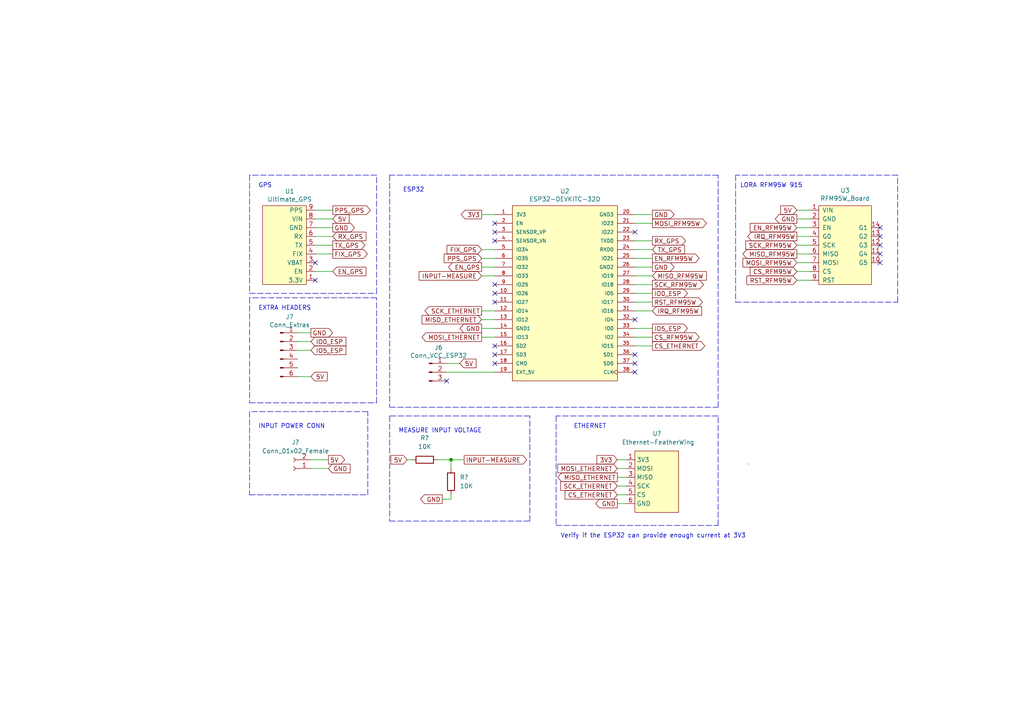
<source format=kicad_sch>
(kicad_sch (version 20211123) (generator eeschema)
  (paper "A4")
  (title_block (title "EJA - Buoy B (Without GSM)") (date "2020-08-04") (rev "Leonardo Ward") (company "EJA"))
  (lib_symbols
    (symbol "Connector:Conn_01x02_Female" (pin_names (offset 1.016) hide)
      (property "Reference" "J" (at 0 2.54 0))
      (property "Value" "Conn_01x02_Female" (at 0 -5.08 0))
      (symbol "Conn_01x02_Female_1_1"
        (arc (start 0 -2.032) (mid -0.508 -2.54) (end 0 -3.048) (stroke (width 0.1524)))
        (polyline (pts (xy -1.27 -2.54) (xy -0.508 -2.54)) (stroke (width 0.1524)))
        (polyline (pts (xy -1.27 0) (xy -0.508 0)) (stroke (width 0.1524)))
        (arc (start 0 0.508) (mid -0.508 0) (end 0 -0.508) (stroke (width 0.1524)))
        (pin passive line (at -5.08 0 0) (length 3.81) (name "Pin_1") (number "1"))
        (pin passive line (at -5.08 -2.54 0) (length 3.81) (name "Pin_2") (number "2"))
      )
    )
    (symbol "Connector:Conn_01x03_Male" (pin_names (offset 1.016) hide)
      (property "Reference" "J" (at 0 5.08 0))
      (property "Value" "Conn_01x03_Male" (at 0 -5.08 0))
      (symbol "Conn_01x03_Male_1_1"
        (polyline (pts (xy 1.27 -2.54) (xy 0.8636 -2.54)) (stroke (width 0.1524)))
        (polyline (pts (xy 1.27 0) (xy 0.8636 0)) (stroke (width 0.1524)))
        (polyline (pts (xy 1.27 2.54) (xy 0.8636 2.54)) (stroke (width 0.1524)))
        (rectangle (start 0.8636 -2.413) (end 0 -2.667) (stroke (width 0.1524)) (fill (type outline)))
        (rectangle (start 0.8636 0.127) (end 0 -0.127) (stroke (width 0.1524)) (fill (type outline)))
        (rectangle (start 0.8636 2.667) (end 0 2.413) (stroke (width 0.1524)) (fill (type outline)))
        (pin passive line (at 5.08 2.54 180) (length 3.81) (name "Pin_1") (number "1"))
        (pin passive line (at 5.08 0 180) (length 3.81) (name "Pin_2") (number "2"))
        (pin passive line (at 5.08 -2.54 180) (length 3.81) (name "Pin_3") (number "3"))
      )
    )
    (symbol "Connector:Conn_01x06_Male" (pin_names (offset 1.016) hide)
      (property "Reference" "J" (at 0 7.62 0))
      (property "Value" "Conn_01x06_Male" (at 0 -10.16 0))
      (symbol "Conn_01x06_Male_1_1"
        (polyline (pts (xy 1.27 -7.62) (xy 0.8636 -7.62)) (stroke (width 0.1524)))
        (polyline (pts (xy 1.27 -5.08) (xy 0.8636 -5.08)) (stroke (width 0.1524)))
        (polyline (pts (xy 1.27 -2.54) (xy 0.8636 -2.54)) (stroke (width 0.1524)))
        (polyline (pts (xy 1.27 0) (xy 0.8636 0)) (stroke (width 0.1524)))
        (polyline (pts (xy 1.27 2.54) (xy 0.8636 2.54)) (stroke (width 0.1524)))
        (polyline (pts (xy 1.27 5.08) (xy 0.8636 5.08)) (stroke (width 0.1524)))
        (rectangle (start 0.8636 -7.493) (end 0 -7.747) (stroke (width 0.1524)) (fill (type outline)))
        (rectangle (start 0.8636 -4.953) (end 0 -5.207) (stroke (width 0.1524)) (fill (type outline)))
        (rectangle (start 0.8636 -2.413) (end 0 -2.667) (stroke (width 0.1524)) (fill (type outline)))
        (rectangle (start 0.8636 0.127) (end 0 -0.127) (stroke (width 0.1524)) (fill (type outline)))
        (rectangle (start 0.8636 2.667) (end 0 2.413) (stroke (width 0.1524)) (fill (type outline)))
        (rectangle (start 0.8636 5.207) (end 0 4.953) (stroke (width 0.1524)) (fill (type outline)))
        (pin passive line (at 5.08 5.08 180) (length 3.81) (name "Pin_1") (number "1"))
        (pin passive line (at 5.08 2.54 180) (length 3.81) (name "Pin_2") (number "2"))
        (pin passive line (at 5.08 0 180) (length 3.81) (name "Pin_3") (number "3"))
        (pin passive line (at 5.08 -2.54 180) (length 3.81) (name "Pin_4") (number "4"))
        (pin passive line (at 5.08 -5.08 180) (length 3.81) (name "Pin_5") (number "5"))
        (pin passive line (at 5.08 -7.62 180) (length 3.81) (name "Pin_6") (number "6"))
      )
    )
    (symbol "ESP32-DEVKITC-32D:ESP32-DEVKITC-32D" (pin_names (offset 1.016))
      (property "Reference" "U" (at -15.2654 26.0604 0))
      (property "Value" "ESP32-DEVKITC-32D" (at -15.2654 -27.9654 0))
      (symbol "ESP32-DEVKITC-32D_0_0"
        (pin power_in line (at -20.32 22.86 0) (length 5.08) (name "3V3") (number "1"))
        (pin bidirectional line (at -20.32 0 0) (length 5.08) (name "IO26") (number "10"))
        (pin bidirectional line (at -20.32 -2.54 0) (length 5.08) (name "IO27") (number "11"))
        (pin bidirectional line (at -20.32 -5.08 0) (length 5.08) (name "IO14") (number "12"))
        (pin bidirectional line (at -20.32 -7.62 0) (length 5.08) (name "IO12") (number "13"))
        (pin power_in line (at -20.32 -10.16 0) (length 5.08) (name "GND1") (number "14"))
        (pin bidirectional line (at -20.32 -12.7 0) (length 5.08) (name "IO13") (number "15"))
        (pin bidirectional line (at -20.32 -15.24 0) (length 5.08) (name "SD2") (number "16"))
        (pin bidirectional line (at -20.32 -17.78 0) (length 5.08) (name "SD3") (number "17"))
        (pin bidirectional line (at -20.32 -20.32 0) (length 5.08) (name "CMD") (number "18"))
        (pin power_in line (at -20.32 -22.86 0) (length 5.08) (name "EXT_5V") (number "19"))
        (pin input line (at -20.32 20.32 0) (length 5.08) (name "EN") (number "2"))
        (pin power_in line (at 20.32 22.86 180) (length 5.08) (name "GND3") (number "20"))
        (pin bidirectional line (at 20.32 20.32 180) (length 5.08) (name "IO23") (number "21"))
        (pin bidirectional line (at 20.32 17.78 180) (length 5.08) (name "IO22") (number "22"))
        (pin output line (at 20.32 15.24 180) (length 5.08) (name "TXD0") (number "23"))
        (pin input line (at 20.32 12.7 180) (length 5.08) (name "RXD0") (number "24"))
        (pin bidirectional line (at 20.32 10.16 180) (length 5.08) (name "IO21") (number "25"))
        (pin power_in line (at 20.32 7.62 180) (length 5.08) (name "GND2") (number "26"))
        (pin bidirectional line (at 20.32 5.08 180) (length 5.08) (name "IO19") (number "27"))
        (pin bidirectional line (at 20.32 2.54 180) (length 5.08) (name "IO18") (number "28"))
        (pin bidirectional line (at 20.32 0 180) (length 5.08) (name "IO5") (number "29"))
        (pin input line (at -20.32 17.78 0) (length 5.08) (name "SENSOR_VP") (number "3"))
        (pin bidirectional line (at 20.32 -2.54 180) (length 5.08) (name "IO17") (number "30"))
        (pin bidirectional line (at 20.32 -5.08 180) (length 5.08) (name "IO16") (number "31"))
        (pin bidirectional line (at 20.32 -7.62 180) (length 5.08) (name "IO4") (number "32"))
        (pin bidirectional line (at 20.32 -10.16 180) (length 5.08) (name "IO0") (number "33"))
        (pin bidirectional line (at 20.32 -12.7 180) (length 5.08) (name "IO2") (number "34"))
        (pin bidirectional line (at 20.32 -15.24 180) (length 5.08) (name "IO15") (number "35"))
        (pin bidirectional line (at 20.32 -17.78 180) (length 5.08) (name "SD1") (number "36"))
        (pin bidirectional line (at 20.32 -20.32 180) (length 5.08) (name "SD0") (number "37"))
        (pin input clock (at 20.32 -22.86 180) (length 5.08) (name "CLK") (number "38"))
        (pin input line (at -20.32 15.24 0) (length 5.08) (name "SENSOR_VN") (number "4"))
        (pin bidirectional line (at -20.32 12.7 0) (length 5.08) (name "IO34") (number "5"))
        (pin bidirectional line (at -20.32 10.16 0) (length 5.08) (name "IO35") (number "6"))
        (pin bidirectional line (at -20.32 7.62 0) (length 5.08) (name "IO32") (number "7"))
        (pin bidirectional line (at -20.32 5.08 0) (length 5.08) (name "IO33") (number "8"))
        (pin bidirectional line (at -20.32 2.54 0) (length 5.08) (name "IO25") (number "9"))
      )
      (symbol "ESP32-DEVKITC-32D_0_1"
        (rectangle (start -15.24 25.4) (end 15.24 -25.4) (fill (type background)))
      )
    )
    (symbol "Ethernet-FeatherWing:Ethernet-FeatherWing"
      (property "Reference" "U" (at 0 1.27 0))
      (property "Value" "Ethernet-FeatherWing" (at 0 3.81 0))
      (symbol "Ethernet-FeatherWing_0_1"
        (rectangle (start -6.35 0) (end 6.35 -17.78) (fill (type background)))
        (polyline (pts (xy 26.67 -3.81) (xy 26.67 -3.81)))
        (polyline (pts (xy 26.67 -3.81) (xy 26.67 -3.81)))
        (rectangle (start 26.67 -3.81) (end 26.67 -3.81))
        (rectangle (start 26.67 -3.81) (end 26.67 -3.81))
        (rectangle (start 26.67 -3.81) (end 26.67 -3.81))
        (rectangle (start 26.67 -3.81) (end 26.67 -3.81))
        (rectangle (start 26.67 -3.81) (end 26.67 -3.81))
        (rectangle (start 26.67 -3.81) (end 26.67 -3.81))
        (rectangle (start 26.67 -3.81) (end 26.67 -3.81))
        (rectangle (start 26.67 -3.81) (end 26.67 -3.81))
        (rectangle (start 26.67 -3.81) (end 26.67 -3.81))
        (rectangle (start 26.67 -3.81) (end 26.67 -3.81))
        (rectangle (start 26.67 -3.81) (end 26.67 -3.81))
        (rectangle (start 26.67 -3.81) (end 26.67 -3.81))
      )
      (symbol "Ethernet-FeatherWing_1_1"
        (pin passive line (at -8.89 -2.54 0) (length 2.54) (name "3V3") (number "1"))
        (pin passive line (at -8.89 -5.08 0) (length 2.54) (name "MOSI") (number "2"))
        (pin passive line (at -8.89 -7.62 0) (length 2.54) (name "MISO") (number "3"))
        (pin passive line (at -8.89 -10.16 0) (length 2.54) (name "SCK") (number "4"))
        (pin passive line (at -8.89 -12.7 0) (length 2.54) (name "CS") (number "5"))
        (pin passive line (at -8.89 -15.24 0) (length 2.54) (name "GND") (number "6"))
      )
    )
    (symbol "R-10K-0805:10K" (pin_numbers hide) (pin_names (offset 0) hide)
      (property "Reference" "R" (at 2.54 3.81 0))
      (property "Value" "10K" (at 3.81 1.27 0))
      (symbol "10K_1_1"
        (rectangle (start -1.016 -2.54) (end 1.016 2.54) (stroke (width 0.254)))
        (pin passive line (at 0 3.81 270) (length 1.27) (name "~") (number "1"))
        (pin passive line (at 0 -3.81 90) (length 1.27) (name "~") (number "2"))
      )
    )
    (symbol "RFM95W_Board:RFM95W_Board" (pin_names (offset 1.016))
      (property "Reference" "U" (at 0 -12.7 0))
      (property "Value" "RFM95W_Board" (at 0 13.97 0))
      (symbol "RFM95W_Board_0_1"
        (rectangle (start -7.62 11.43) (end 7.62 -11.43) (fill (type background)))
      )
      (symbol "RFM95W_Board_1_1"
        (pin input line (at -10.16 10.16 0) (length 2.54) (name "VIN") (number "1"))
        (pin bidirectional line (at 10.16 -5.08 180) (length 2.54) (name "G5") (number "10"))
        (pin bidirectional line (at 10.16 -2.54 180) (length 2.54) (name "G4") (number "11"))
        (pin bidirectional line (at 10.16 0 180) (length 2.54) (name "G3") (number "12"))
        (pin bidirectional line (at 10.16 2.54 180) (length 2.54) (name "G2") (number "13"))
        (pin bidirectional line (at 10.16 5.08 180) (length 2.54) (name "G1") (number "14"))
        (pin input line (at -10.16 7.62 0) (length 2.54) (name "GND") (number "2"))
        (pin input line (at -10.16 5.08 0) (length 2.54) (name "EN") (number "3"))
        (pin bidirectional line (at -10.16 2.54 0) (length 2.54) (name "G0") (number "4"))
        (pin bidirectional line (at -10.16 0 0) (length 2.54) (name "SCK") (number "5"))
        (pin bidirectional line (at -10.16 -2.54 0) (length 2.54) (name "MISO") (number "6"))
        (pin bidirectional line (at -10.16 -5.08 0) (length 2.54) (name "MOSI") (number "7"))
        (pin bidirectional line (at -10.16 -7.62 0) (length 2.54) (name "CS") (number "8"))
        (pin bidirectional line (at -10.16 -10.16 0) (length 2.54) (name "RST") (number "9"))
      )
    )
    (symbol "Ultimate_GPS:Ultimate_GPS" (pin_names (offset 1.016))
      (property "Reference" "U" (at 0 -12.7 0))
      (property "Value" "Ultimate_GPS" (at 0 12.7 0))
      (symbol "Ultimate_GPS_0_1"
        (rectangle (start -6.35 11.43) (end 6.35 -11.43) (fill (type background)))
      )
      (symbol "Ultimate_GPS_1_1"
        (pin output line (at -8.89 10.16 0) (length 2.54) (name "3.3V") (number "1"))
        (pin input line (at -8.89 7.62 0) (length 2.54) (name "EN") (number "2"))
        (pin input line (at -8.89 5.08 0) (length 2.54) (name "VBAT") (number "3"))
        (pin output line (at -8.89 2.54 0) (length 2.54) (name "FIX") (number "4"))
        (pin output line (at -8.89 0 0) (length 2.54) (name "TX") (number "5"))
        (pin input line (at -8.89 -2.54 0) (length 2.54) (name "RX") (number "6"))
        (pin bidirectional line (at -8.89 -5.08 0) (length 2.54) (name "GND") (number "7"))
        (pin input line (at -8.89 -7.62 0) (length 2.54) (name "VIN") (number "8"))
        (pin output line (at -8.89 -10.16 0) (length 2.54) (name "PPS") (number "9"))
      )
    )
  )
  (junction (at 130.81 133.35))
  (no_connect (at 184.15 105.41))
  (no_connect (at 255.27 71.12))
  (no_connect (at 91.44 76.2))
  (no_connect (at 143.51 69.85))
  (no_connect (at 143.51 67.31))
  (no_connect (at 143.51 64.77))
  (no_connect (at 143.51 102.87))
  (no_connect (at 255.27 68.58))
  (no_connect (at 91.44 81.28))
  (no_connect (at 255.27 66.04))
  (no_connect (at 184.15 102.87))
  (no_connect (at 184.15 67.31))
  (no_connect (at 143.51 105.41))
  (no_connect (at 129.54 110.49))
  (no_connect (at 255.27 73.66))
  (no_connect (at 143.51 100.33))
  (no_connect (at 184.15 107.95))
  (no_connect (at 255.27 76.2))
  (no_connect (at 184.15 92.71))
  (no_connect (at 143.51 85.09))
  (no_connect (at 143.51 82.55))
  (no_connect (at 143.51 87.63))
  (wire (pts (xy 184.15 95.25) (xy 189.23 95.25)))
  (wire (pts (xy 179.07 143.51) (xy 181.61 143.51)))
  (wire (pts (xy 139.7 92.71) (xy 143.51 92.71)))
  (polyline (pts (xy 72.39 50.8) (xy 72.39 85.09)))
  (wire (pts (xy 231.14 66.04) (xy 234.95 66.04)))
  (wire (pts (xy 139.7 72.39) (xy 143.51 72.39)))
  (wire (pts (xy 231.14 78.74) (xy 234.95 78.74)))
  (wire (pts (xy 90.17 96.52) (xy 86.36 96.52)))
  (wire (pts (xy 118.11 133.35) (xy 119.38 133.35)))
  (wire (pts (xy 189.23 77.47) (xy 184.15 77.47)))
  (wire (pts (xy 231.14 73.66) (xy 234.95 73.66)))
  (wire (pts (xy 139.7 90.17) (xy 143.51 90.17)))
  (polyline (pts (xy 113.03 151.13) (xy 153.67 151.13)))
  (wire (pts (xy 184.15 80.01) (xy 189.23 80.01)))
  (wire (pts (xy 139.7 97.79) (xy 143.51 97.79)))
  (polyline (pts (xy 72.39 143.51) (xy 106.68 143.51)))
  (wire (pts (xy 90.17 99.06) (xy 86.36 99.06)))
  (wire (pts (xy 90.17 101.6) (xy 86.36 101.6)))
  (polyline (pts (xy 106.68 143.51) (xy 106.68 119.38)))
  (wire (pts (xy 184.15 82.55) (xy 189.23 82.55)))
  (wire (pts (xy 96.52 60.96) (xy 91.44 60.96)))
  (wire (pts (xy 184.15 72.39) (xy 189.23 72.39)))
  (polyline (pts (xy 106.68 119.38) (xy 72.39 119.38)))
  (polyline (pts (xy 109.22 86.36) (xy 72.39 86.36)))
  (polyline (pts (xy 208.28 152.4) (xy 208.28 120.65)))
  (wire (pts (xy 130.81 133.35) (xy 134.62 133.35)))
  (wire (pts (xy 179.07 135.89) (xy 181.61 135.89)))
  (polyline (pts (xy 213.36 50.8) (xy 213.36 87.63)))
  (wire (pts (xy 139.7 77.47) (xy 143.51 77.47)))
  (polyline (pts (xy 208.28 118.11) (xy 208.28 50.8)))
  (wire (pts (xy 130.81 143.51) (xy 130.81 144.78)))
  (wire (pts (xy 96.52 63.5) (xy 91.44 63.5)))
  (wire (pts (xy 231.14 71.12) (xy 234.95 71.12)))
  (polyline (pts (xy 109.22 85.09) (xy 109.22 50.8)))
  (wire (pts (xy 179.07 146.05) (xy 181.61 146.05)))
  (wire (pts (xy 231.14 60.96) (xy 234.95 60.96)))
  (wire (pts (xy 184.15 100.33) (xy 189.23 100.33)))
  (polyline (pts (xy 72.39 85.09) (xy 109.22 85.09)))
  (polyline (pts (xy 208.28 120.65) (xy 161.29 120.65)))
  (polyline (pts (xy 72.39 119.38) (xy 72.39 143.51)))
  (polyline (pts (xy 72.39 116.84) (xy 109.22 116.84)))
  (wire (pts (xy 130.81 133.35) (xy 127 133.35)))
  (wire (pts (xy 184.15 69.85) (xy 189.23 69.85)))
  (polyline (pts (xy 113.03 120.65) (xy 113.03 151.13)))
  (wire (pts (xy 231.14 68.58) (xy 234.95 68.58)))
  (wire (pts (xy 91.44 71.12) (xy 96.52 71.12)))
  (polyline (pts (xy 153.67 151.13) (xy 153.67 120.65)))
  (wire (pts (xy 143.51 107.95) (xy 129.54 107.95)))
  (wire (pts (xy 139.7 74.93) (xy 143.51 74.93)))
  (wire (pts (xy 90.17 109.22) (xy 86.36 109.22)))
  (wire (pts (xy 139.7 80.01) (xy 143.51 80.01)))
  (polyline (pts (xy 109.22 50.8) (xy 72.39 50.8)))
  (polyline (pts (xy 153.67 120.65) (xy 113.03 120.65)))
  (wire (pts (xy 184.15 85.09) (xy 189.23 85.09)))
  (polyline (pts (xy 260.35 87.63) (xy 260.35 50.8)))
  (wire (pts (xy 179.07 138.43) (xy 181.61 138.43)))
  (wire (pts (xy 130.81 135.89) (xy 130.81 133.35)))
  (polyline (pts (xy 208.28 50.8) (xy 113.03 50.8)))
  (wire (pts (xy 231.14 63.5) (xy 234.95 63.5)))
  (polyline (pts (xy 113.03 50.8) (xy 113.03 118.11)))
  (wire (pts (xy 139.7 62.23) (xy 143.51 62.23)))
  (wire (pts (xy 189.23 62.23) (xy 184.15 62.23)))
  (polyline (pts (xy 72.39 86.36) (xy 72.39 116.84)))
  (polyline (pts (xy 161.29 120.65) (xy 161.29 152.4)))
  (wire (pts (xy 91.44 73.66) (xy 96.52 73.66)))
  (wire (pts (xy 90.17 135.89) (xy 95.25 135.89)))
  (polyline (pts (xy 113.03 118.11) (xy 208.28 118.11)))
  (wire (pts (xy 133.35 105.41) (xy 129.54 105.41)))
  (wire (pts (xy 184.15 90.17) (xy 189.23 90.17)))
  (wire (pts (xy 130.81 144.78) (xy 128.27 144.78)))
  (wire (pts (xy 179.07 140.97) (xy 181.61 140.97)))
  (polyline (pts (xy 161.29 152.4) (xy 208.28 152.4)))
  (wire (pts (xy 96.52 66.04) (xy 91.44 66.04)))
  (wire (pts (xy 184.15 87.63) (xy 189.23 87.63)))
  (polyline (pts (xy 213.36 87.63) (xy 260.35 87.63)))
  (wire (pts (xy 90.17 133.35) (xy 95.25 133.35)))
  (polyline (pts (xy 260.35 50.8) (xy 213.36 50.8)))
  (wire (pts (xy 96.52 78.74) (xy 91.44 78.74)))
  (wire (pts (xy 231.14 76.2) (xy 234.95 76.2)))
  (wire (pts (xy 139.7 95.25) (xy 143.51 95.25)))
  (polyline (pts (xy 109.22 116.84) (xy 109.22 86.36)))
  (wire (pts (xy 179.07 133.35) (xy 181.61 133.35)))
  (wire (pts (xy 184.15 74.93) (xy 189.23 74.93)))
  (wire (pts (xy 231.14 81.28) (xy 234.95 81.28)))
  (wire (pts (xy 189.23 64.77) (xy 184.15 64.77)))
  (wire (pts (xy 91.44 68.58) (xy 96.52 68.58)))
  (wire (pts (xy 184.15 97.79) (xy 189.23 97.79)))
  (text "GPS" (at 74.93 54.61 0) (effects (font (size 1.27 1.27)) (justify left bottom)))
  (text "MEASURE INPUT VOLTAGE" (at 115.57 125.73 0) (effects (font (size 1.27 1.27)) (justify left bottom)))
  (text "LORA RFM95W 915" (at 214.63 54.61 0) (effects (font (size 1.27 1.27)) (justify left bottom)))
  (text "ESP32" (at 116.84 55.88 0) (effects (font (size 1.27 1.27)) (justify left bottom)))
  (text "Verify if the ESP32 can provide enough current at 3V3\n" (at 162.56 156.21 0) (effects (font (size 1.27 1.27)) (justify left bottom)))
  (text "ETHERNET" (at 166.37 124.46 0) (effects (font (size 1.27 1.27)) (justify left bottom)))
  (text "INPUT POWER CONN" (at 74.93 124.46 0) (effects (font (size 1.27 1.27)) (justify left bottom)))
  (text "EXTRA HEADERS" (at 74.93 90.17 0) (effects (font (size 1.27 1.27)) (justify left bottom)))
  (global_label "GND" (shape output) (at 90.17 96.52 0) (property "Intersheet References" "${INTERSHEET_REFS}" (effects hide)))
  (global_label "IO5_ESP" (shape output) (at 189.23 95.25 0) (property "Intersheet References" "${INTERSHEET_REFS}" (effects hide)))
  (global_label "EN_GPS" (shape output) (at 139.7 77.47 180) (property "Intersheet References" "${INTERSHEET_REFS}" (effects hide)))
  (global_label "FIX_GPS" (shape output) (at 96.52 73.66 0) (property "Intersheet References" "${INTERSHEET_REFS}" (effects hide)))
  (global_label "PPS_GPS" (shape output) (at 96.52 60.96 0) (property "Intersheet References" "${INTERSHEET_REFS}" (effects hide)))
  (global_label "MOSI_RFM95W" (shape output) (at 189.23 64.77 0) (property "Intersheet References" "${INTERSHEET_REFS}" (effects hide)))
  (global_label "TX_GPS" (shape input) (at 189.23 72.39 0) (property "Intersheet References" "${INTERSHEET_REFS}" (effects hide)))
  (global_label "IO0_ESP" (shape output) (at 189.23 85.09 0) (property "Intersheet References" "${INTERSHEET_REFS}" (effects hide)))
  (global_label "3V3" (shape input) (at 179.07 133.35 180) (property "Intersheet References" "${INTERSHEET_REFS}" (effects hide)))
  (global_label "5V" (shape input) (at 231.14 60.96 180) (property "Intersheet References" "${INTERSHEET_REFS}" (effects hide)))
  (global_label "INPUT-MEASURE" (shape input) (at 139.7 80.01 180) (property "Intersheet References" "${INTERSHEET_REFS}" (effects hide)))
  (global_label "TX_GPS" (shape output) (at 96.52 71.12 0) (property "Intersheet References" "${INTERSHEET_REFS}" (effects hide)))
  (global_label "3V3" (shape output) (at 139.7 62.23 180) (property "Intersheet References" "${INTERSHEET_REFS}" (effects hide)))
  (global_label "RST_RFM95W" (shape input) (at 231.14 81.28 180) (property "Intersheet References" "${INTERSHEET_REFS}" (effects hide)))
  (global_label "IRQ_RFM95W" (shape output) (at 231.14 68.58 180) (property "Intersheet References" "${INTERSHEET_REFS}" (effects hide)))
  (global_label "5V" (shape input) (at 90.17 109.22 0) (property "Intersheet References" "${INTERSHEET_REFS}" (effects hide)))
  (global_label "RX_GPS" (shape input) (at 96.52 68.58 0) (property "Intersheet References" "${INTERSHEET_REFS}" (effects hide)))
  (global_label "SCK_RFM95W" (shape output) (at 189.23 82.55 0) (property "Intersheet References" "${INTERSHEET_REFS}" (effects hide)))
  (global_label "MOSI_ETHERNET" (shape input) (at 179.07 135.89 180) (property "Intersheet References" "${INTERSHEET_REFS}" (effects hide)))
  (global_label "GND" (shape output) (at 128.27 144.78 180) (property "Intersheet References" "${INTERSHEET_REFS}" (effects hide)))
  (global_label "SCK_ETHERNET" (shape input) (at 179.07 140.97 180) (property "Intersheet References" "${INTERSHEET_REFS}" (effects hide)))
  (global_label "CS_ETHERNET" (shape input) (at 179.07 143.51 180) (property "Intersheet References" "${INTERSHEET_REFS}" (effects hide)))
  (global_label "CS_RFM95W" (shape output) (at 189.23 97.79 0) (property "Intersheet References" "${INTERSHEET_REFS}" (effects hide)))
  (global_label "CS_RFM95W" (shape input) (at 231.14 78.74 180) (property "Intersheet References" "${INTERSHEET_REFS}" (effects hide)))
  (global_label "INPUT-MEASURE" (shape output) (at 134.62 133.35 0) (property "Intersheet References" "${INTERSHEET_REFS}" (effects hide)))
  (global_label "EN_GPS" (shape input) (at 96.52 78.74 0) (property "Intersheet References" "${INTERSHEET_REFS}" (effects hide)))
  (global_label "5V" (shape input) (at 118.11 133.35 180) (property "Intersheet References" "${INTERSHEET_REFS}" (effects hide)))
  (global_label "RX_GPS" (shape output) (at 189.23 69.85 0) (property "Intersheet References" "${INTERSHEET_REFS}" (effects hide)))
  (global_label "MISO_ETHERNET" (shape input) (at 139.7 92.71 180) (property "Intersheet References" "${INTERSHEET_REFS}" (effects hide)))
  (global_label "MOSI_ETHERNET" (shape output) (at 139.7 97.79 180) (property "Intersheet References" "${INTERSHEET_REFS}" (effects hide)))
  (global_label "RST_RFM95W" (shape output) (at 189.23 87.63 0) (property "Intersheet References" "${INTERSHEET_REFS}" (effects hide)))
  (global_label "MISO_ETHERNET" (shape output) (at 179.07 138.43 180) (property "Intersheet References" "${INTERSHEET_REFS}" (effects hide)))
  (global_label "IO5_ESP" (shape input) (at 90.17 101.6 0) (property "Intersheet References" "${INTERSHEET_REFS}" (effects hide)))
  (global_label "SCK_RFM95W" (shape input) (at 231.14 71.12 180) (property "Intersheet References" "${INTERSHEET_REFS}" (effects hide)))
  (global_label "GND" (shape output) (at 139.7 95.25 180) (property "Intersheet References" "${INTERSHEET_REFS}" (effects hide)))
  (global_label "GND" (shape output) (at 231.14 63.5 180) (property "Intersheet References" "${INTERSHEET_REFS}" (effects hide)))
  (global_label "PPS_GPS" (shape input) (at 139.7 74.93 180) (property "Intersheet References" "${INTERSHEET_REFS}" (effects hide)))
  (global_label "EN_RFM95W" (shape output) (at 189.23 74.93 0) (property "Intersheet References" "${INTERSHEET_REFS}" (effects hide)))
  (global_label "SCK_ETHERNET" (shape output) (at 139.7 90.17 180) (property "Intersheet References" "${INTERSHEET_REFS}" (effects hide)))
  (global_label "GND" (shape input) (at 95.25 135.89 0) (property "Intersheet References" "${INTERSHEET_REFS}" (effects hide)))
  (global_label "IO0_ESP" (shape input) (at 90.17 99.06 0) (property "Intersheet References" "${INTERSHEET_REFS}" (effects hide)))
  (global_label "MOSI_RFM95W" (shape input) (at 231.14 76.2 180) (property "Intersheet References" "${INTERSHEET_REFS}" (effects hide)))
  (global_label "MISO_RFM95W" (shape input) (at 189.23 80.01 0) (property "Intersheet References" "${INTERSHEET_REFS}" (effects hide)))
  (global_label "GND" (shape output) (at 189.23 77.47 0) (property "Intersheet References" "${INTERSHEET_REFS}" (effects hide)))
  (global_label "CS_ETHERNET" (shape output) (at 189.23 100.33 0) (property "Intersheet References" "${INTERSHEET_REFS}" (effects hide)))
  (global_label "EN_RFM95W" (shape input) (at 231.14 66.04 180) (property "Intersheet References" "${INTERSHEET_REFS}" (effects hide)))
  (global_label "5V" (shape output) (at 95.25 133.35 0) (property "Intersheet References" "${INTERSHEET_REFS}" (effects hide)))
  (global_label "GND" (shape output) (at 179.07 146.05 180) (property "Intersheet References" "${INTERSHEET_REFS}" (effects hide)))
  (global_label "FIX_GPS" (shape input) (at 139.7 72.39 180) (property "Intersheet References" "${INTERSHEET_REFS}" (effects hide)))
  (global_label "IRQ_RFM95W" (shape input) (at 189.23 90.17 0) (property "Intersheet References" "${INTERSHEET_REFS}" (effects hide)))
  (global_label "GND" (shape output) (at 189.23 62.23 0) (property "Intersheet References" "${INTERSHEET_REFS}" (effects hide)))
  (global_label "GND" (shape output) (at 96.52 66.04 0) (property "Intersheet References" "${INTERSHEET_REFS}" (effects hide)))
  (global_label "5V" (shape input) (at 96.52 63.5 0) (property "Intersheet References" "${INTERSHEET_REFS}" (effects hide)))
  (global_label "5V" (shape input) (at 133.35 105.41 0) (property "Intersheet References" "${INTERSHEET_REFS}" (effects hide)))
  (global_label "MISO_RFM95W" (shape output) (at 231.14 73.66 180) (property "Intersheet References" "${INTERSHEET_REFS}" (effects hide)))
  (symbol (lib_id "ESP32-DEVKITC-32D:ESP32-DEVKITC-32D") (at 163.83 85.09 0) (unit 1)
    (property "Reference" "U2" (at 163.83 55.4482 0))
    (property "Value" "ESP32-DEVKITC-32D" (at 163.83 57.7596 0))
    (property "Footprint" "Footprints:MODULE_ESP32-DEVKITC-32D" (effects hide))
    (property "Datasheet" "4" (effects hide))
    (property "Field4" "Espressif Systems" (effects hide))
  )
  (symbol (lib_id "RFM95W_Board:RFM95W_Board") (at 245.11 71.12 0) (unit 1)
    (property "Reference" "U3" (at 245.11 55.245 0))
    (property "Value" "RFM95W_Board" (at 245.11 57.5564 0))
    (property "Footprint" "Footprints:RFM95W-Board" (effects hide))
  )
  (symbol (lib_id "Ultimate_GPS:Ultimate_GPS") (at 82.55 71.12 180) (unit 1)
    (property "Reference" "U1" (at 84.0232 55.499 0))
    (property "Value" "Ultimate_GPS" (at 84.0232 57.8104 0))
    (property "Footprint" "Footprints:Ultimate_GPS" (effects hide))
  )
  (symbol (lib_id "Connector:Conn_01x06_Male") (at 81.28 101.6 0) (unit 1)
    (property "Reference" "J7" (at 84.0232 91.9226 0))
    (property "Value" "Conn_Extras" (at 84.0232 94.234 0))
    (property "Footprint" "Connector_PinHeader_2.54mm:PinHeader_1x06_P2.54mm_Vertical" (effects hide))
  )
  (symbol (lib_id "Connector:Conn_01x03_Male") (at 124.46 107.95 0) (unit 1)
    (property "Reference" "J6" (at 127.2032 100.8126 0))
    (property "Value" "Conn_VCC_ESP32" (at 127.2032 103.124 0))
    (property "Footprint" "Connector_PinHeader_2.54mm:PinHeader_1x03_P2.54mm_Vertical" (effects hide))
  )
  (symbol (lib_id "Connector:Conn_01x02_Female") (at 85.09 135.89 180) (unit 1)
    (property "Reference" "J?" (at 85.725 128.27 0))
    (property "Value" "Conn_01x02_Female" (at 85.725 130.81 0))
  )
  (symbol (lib_id "R-10K-0805:10K") (at 130.81 139.7 0) (unit 1)
    (property "Reference" "R?" (at 133.35 138.4299 0) (effects (justify left)))
    (property "Value" "10K" (at 133.35 140.9699 0) (effects (justify left)))
    (property "Footprint" "Resistor_SMD:R_0805_2012Metric" (effects hide))
    (property "Datasheet" "https://www.vishay.com/docs/28773/crcwce3.pdf" (effects hide))
    (property "Manufacturer" "Vishay Dale" (effects hide))
    (property "Manufacturer_Part_Number" "CRCW080510K0FKEAC" (effects hide))
    (property "Supplier 1" "Digi-Key" (effects hide))
    (property "Supplier Part Number 1" "541-3976-1-ND" (effects hide))
  )
  (symbol (lib_id "R-10K-0805:10K") (at 123.19 133.35 90) (unit 1)
    (property "Reference" "R?" (at 123.19 127 90))
    (property "Value" "10K" (at 123.19 129.54 90))
    (property "Footprint" "Resistor_SMD:R_0805_2012Metric" (effects hide))
    (property "Datasheet" "https://www.vishay.com/docs/28773/crcwce3.pdf" (effects hide))
    (property "Manufacturer" "Vishay Dale" (effects hide))
    (property "Manufacturer_Part_Number" "CRCW080510K0FKEAC" (effects hide))
    (property "Supplier 1" "Digi-Key" (effects hide))
    (property "Supplier Part Number 1" "541-3976-1-ND" (effects hide))
  )
  (symbol (lib_id "Ethernet-FeatherWing:Ethernet-FeatherWing") (at 190.5 130.81 0) (unit 1)
    (property "Reference" "U?" (at 189.23 125.73 0) (effects (justify left)))
    (property "Value" "Ethernet-FeatherWing" (at 180.34 128.27 0) (effects (justify left)))
    (property "Footprint" "Ethernet-FeatherWing:Ethernet FeatherWing" (effects hide))
    (property "Datasheet" "https://cdn-learn.adafruit.com/downloads/pdf/adafruit-wiz5500-wiznet-ethernet-featherwing.pdf" (effects hide))
    (property "Manufacturer" "Adafruit Industries LLC" (effects hide))
    (property "Manufacturer Part Number" "3201" (effects hide))
    (property "Supplier 1" "Digi-Key" (effects hide))
    (property "Supplier Part Number 1" "1528-1725-ND" (effects hide))
  )
)
</source>
